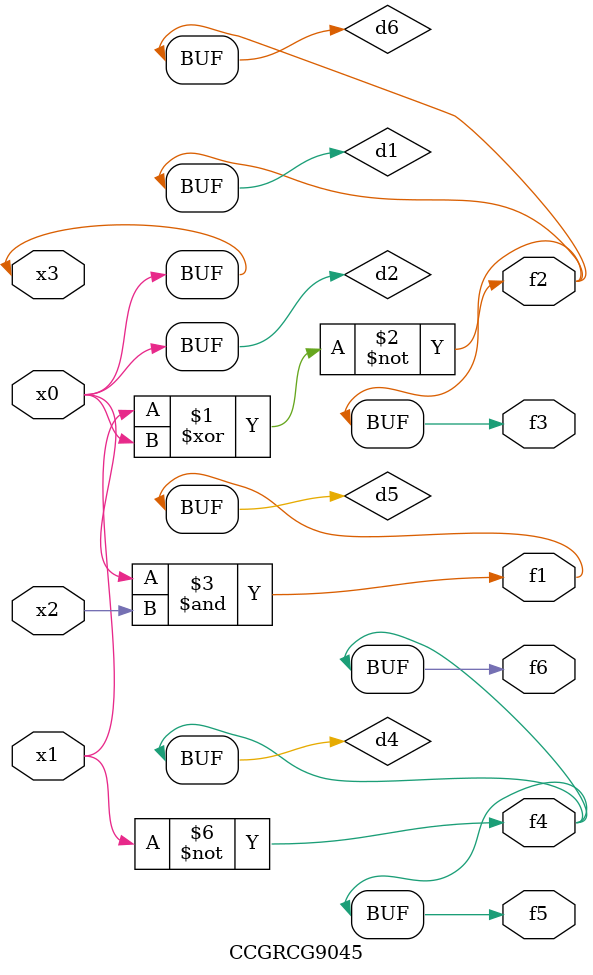
<source format=v>
module CCGRCG9045(
	input x0, x1, x2, x3,
	output f1, f2, f3, f4, f5, f6
);

	wire d1, d2, d3, d4, d5, d6;

	xnor (d1, x1, x3);
	buf (d2, x0, x3);
	nand (d3, x0, x2);
	not (d4, x1);
	nand (d5, d3);
	or (d6, d1);
	assign f1 = d5;
	assign f2 = d6;
	assign f3 = d6;
	assign f4 = d4;
	assign f5 = d4;
	assign f6 = d4;
endmodule

</source>
